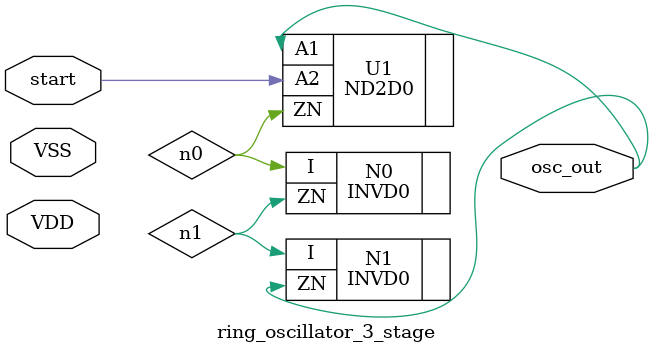
<source format=v>
/*
###############################################################
#  Generated by:      Cadence Innovus 16.12-s051_1
#  OS:                Linux x86_64(Host ID ecegrid-thin3.ecn.purdue.edu)
#  Generated on:      Mon Apr 20 18:01:33 2020
#  Design:            ring_oscillator_3_stage
#  Command:           saveNetlist /home/sparclab/a/ghosh69/march_20_tapeout/current_source_controller/logs/ring_oscillator_3_stage.gate.v -excludepowerground -excludeLeafCell
###############################################################
*/
/////////////////////////////////////////////////////////////
// Created by: Synopsys DC Expert(TM) in wire load mode
// Version   : L-2016.03-SP2
// Date      : Sat Apr  4 22:41:04 2020
/////////////////////////////////////////////////////////////
module ring_oscillator_3_stage (
	start, 
	osc_out, 
	VDD, 
	VSS);
   input start;
   output osc_out;
   inout VDD;
   inout VSS;

   // Internal wires
   wire n0;
   wire n1;
   wire n2;

   ND2D0 U1 (.A1(osc_out),
	.A2(start),
	.ZN(n0));
   INVD0 N0 (.I(n0),
	.ZN(n1));
   INVD0 N1 (.I(n1),
	.ZN(osc_out));
endmodule


</source>
